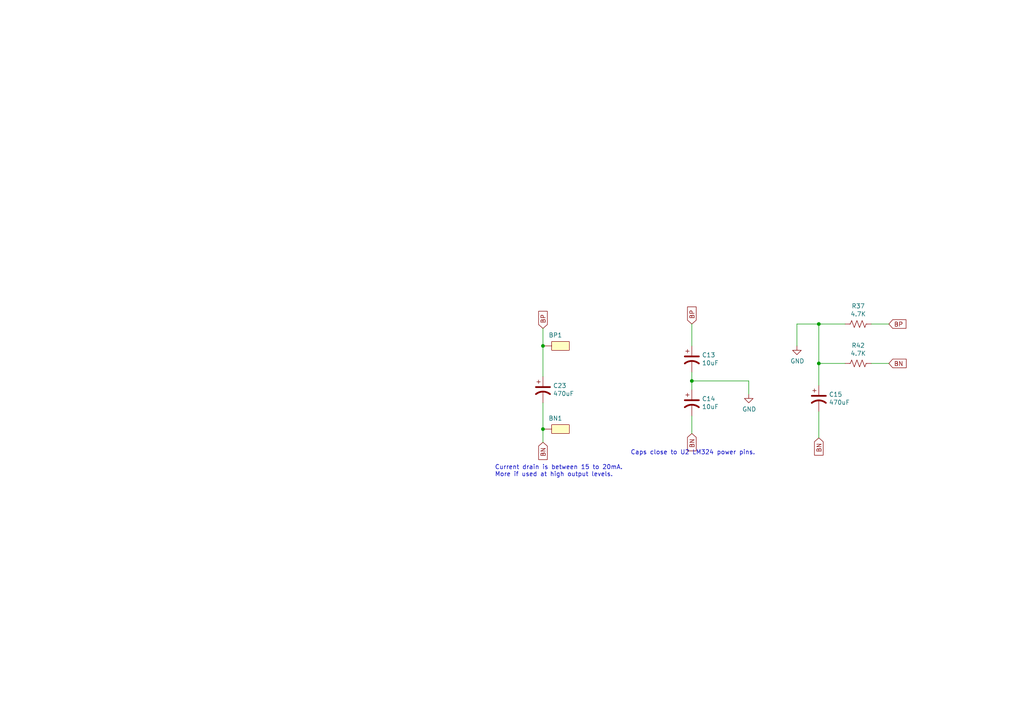
<source format=kicad_sch>
(kicad_sch (version 20230121) (generator eeschema)
  (paper "A4")
  (title_block (title "MFOS NOISE TOASTER Noise Box") (date "2020-10-07") (rev "1") (comment 1 "Power Supply"))
  (lib_symbols
    (symbol "mfos_noise_toaster-rescue:CP1-Device" (pin_numbers hide) (pin_names (offset 0.254) hide)
      (property "Reference" "C" (at 0.635 2.54 0))
      (property "Value" "Device_CP1" (at 0.635 -2.54 0))
      (symbol "CP1-Device_0_1"
        (polyline (pts (xy -2.032 0.762) (xy 2.032 0.762)) (stroke (width 0.508)))
        (polyline (pts (xy -1.778 2.286) (xy -0.762 2.286)))
        (polyline (pts (xy -1.27 1.778) (xy -1.27 2.794)))
        (arc (start 2.032 -1.27) (mid 0 -0.5572) (end -2.032 -1.27) (stroke (width 0.508)))
      )
      (symbol "CP1-Device_1_1"
        (pin passive line (at 0 3.81 270) (length 2.794) (name "~") (number "1"))
        (pin passive line (at 0 -3.81 90) (length 3.302) (name "~") (number "2"))
      )
    )
    (symbol "mfos_noise_toaster-rescue:GND-power" (power) (pin_names (offset 0))
      (property "Value" "GND-power" (at 0 -3.81 0))
      (symbol "GND-power_0_1"
        (polyline (pts (xy 0 0) (xy 0 -1.27) (xy 1.27 -1.27) (xy 0 -2.54) (xy -1.27 -1.27) (xy 0 -1.27)))
      )
      (symbol "GND-power_1_1"
        (pin power_in line (at 0 0 270) (length 0) hide (name "GND") (number "1"))
      )
    )
    (symbol "mfos_noise_toaster-rescue:Pad-samz-symbol" (pin_numbers hide) (pin_names (offset 1.016))
      (property "Reference" "X" (at 1.27 0 0))
      (property "Value" "Pad-samz-symbol" (at -1.27 2.54 0))
      (symbol "Pad-samz-symbol_0_1"
        (rectangle (start 0 1.27) (end 5.08 -1.27) (fill (type background)))
      )
      (symbol "Pad-samz-symbol_1_1"
        (pin passive line (at -2.54 0 0) (length 2.54) (name "~") (number "1"))
      )
    )
    (symbol "mfos_noise_toaster-rescue:R_US-Device" (pin_numbers hide) (pin_names (offset 0))
      (property "Reference" "R" (at 2.54 0 90))
      (property "Value" "R_US-Device" (at -2.54 0 90))
      (symbol "R_US-Device_0_1"
        (polyline (pts (xy 0 -2.286) (xy 0 -2.54)))
        (polyline (pts (xy 0 2.286) (xy 0 2.54)))
        (polyline (pts (xy 0 -0.762) (xy 1.016 -1.143) (xy 0 -1.524) (xy -1.016 -1.905) (xy 0 -2.286)))
        (polyline (pts (xy 0 0.762) (xy 1.016 0.381) (xy 0 0) (xy -1.016 -0.381) (xy 0 -0.762)))
        (polyline (pts (xy 0 2.286) (xy 1.016 1.905) (xy 0 1.524) (xy -1.016 1.143) (xy 0 0.762)))
      )
      (symbol "R_US-Device_1_1"
        (pin passive line (at 0 3.81 270) (length 1.27) (name "~") (number "1"))
        (pin passive line (at 0 -3.81 90) (length 1.27) (name "~") (number "2"))
      )
    )
  )
  (junction (at 237.49 93.98))
  (junction (at 157.48 100.33))
  (junction (at 237.49 105.41))
  (junction (at 200.66 110.49))
  (junction (at 157.48 124.46))
  (wire (pts (xy 252.73 93.98) (xy 257.81 93.98)))
  (wire (pts (xy 257.81 105.41) (xy 252.73 105.41)))
  (wire (pts (xy 157.48 116.84) (xy 157.48 124.46)))
  (wire (pts (xy 245.11 93.98) (xy 237.49 93.98)))
  (wire (pts (xy 200.66 125.73) (xy 200.66 120.65)))
  (wire (pts (xy 157.48 124.46) (xy 157.48 128.27)))
  (wire (pts (xy 217.17 110.49) (xy 200.66 110.49)))
  (wire (pts (xy 217.17 114.3) (xy 217.17 110.49)))
  (wire (pts (xy 200.66 110.49) (xy 200.66 107.95)))
  (wire (pts (xy 231.14 93.98) (xy 231.14 100.33)))
  (wire (pts (xy 157.48 100.33) (xy 157.48 109.22)))
  (wire (pts (xy 237.49 93.98) (xy 231.14 93.98)))
  (wire (pts (xy 200.66 113.03) (xy 200.66 110.49)))
  (wire (pts (xy 237.49 111.76) (xy 237.49 105.41)))
  (wire (pts (xy 237.49 127) (xy 237.49 119.38)))
  (wire (pts (xy 200.66 100.33) (xy 200.66 93.98)))
  (wire (pts (xy 237.49 105.41) (xy 237.49 93.98)))
  (wire (pts (xy 237.49 105.41) (xy 245.11 105.41)))
  (wire (pts (xy 157.48 95.25) (xy 157.48 100.33)))
  (text "Caps close to U2 LM324 power pins." (at 182.88 132.08 0) (effects (font (size 1.27 1.27)) (justify left bottom)))
  (text "Current drain is between 15 to 20mA.\nMore if used at high output levels." (at 143.51 138.43 0) (effects (font (size 1.27 1.27)) (justify left bottom)))
  (global_label "BN" (shape input) (at 157.48 128.27 270) (property "Intersheetrefs" "${INTERSHEET_REFS}" (effects hide)))
  (global_label "BP" (shape input) (at 157.48 95.25 90) (property "Intersheetrefs" "${INTERSHEET_REFS}" (effects hide)))
  (global_label "BN" (shape input) (at 200.66 125.73 270) (property "Intersheetrefs" "${INTERSHEET_REFS}" (effects hide)))
  (global_label "BN" (shape input) (at 237.49 127 270) (property "Intersheetrefs" "${INTERSHEET_REFS}" (effects hide)))
  (global_label "BP" (shape input) (at 200.66 93.98 90) (property "Intersheetrefs" "${INTERSHEET_REFS}" (effects hide)))
  (global_label "BN" (shape input) (at 257.81 105.41 0) (property "Intersheetrefs" "${INTERSHEET_REFS}" (effects hide)))
  (global_label "BP" (shape input) (at 257.81 93.98 0) (property "Intersheetrefs" "${INTERSHEET_REFS}" (effects hide)))
  (symbol (lib_id "mfos_noise_toaster-rescue:CP1-Device") (at 200.66 104.14 0) (unit 1)
    (property "Reference" "C13" (at 203.581 102.9716 0) (effects (justify left)))
    (property "Value" "10uF" (at 203.581 105.283 0) (effects (justify left)))
    (property "Footprint" "Capacitor_THT:CP_Radial_D5.0mm_P2.50mm" (effects hide))
    (property "tayda" "A-4533" (effects hide))
  )
  (symbol (lib_id "mfos_noise_toaster-rescue:CP1-Device") (at 200.66 116.84 0) (unit 1)
    (property "Reference" "C14" (at 203.581 115.6716 0) (effects (justify left)))
    (property "Value" "10uF" (at 203.581 117.983 0) (effects (justify left)))
    (property "Footprint" "Capacitor_THT:CP_Radial_D5.0mm_P2.50mm" (effects hide))
    (property "tayda" "A-4533" (effects hide))
  )
  (symbol (lib_id "mfos_noise_toaster-rescue:GND-power") (at 217.17 114.3 0) (unit 1)
    (property "Reference" "#PWR0107" (effects hide))
    (property "Value" "GND" (at 217.297 118.6942 0))
    (instances (project "mfos_noise_toaster" (path "" (reference "#PWR0107") (unit 1)) (path "" (reference "#PWR0101") (unit 1))))
  )
  (symbol (lib_id "mfos_noise_toaster-rescue:GND-power") (at 231.14 100.33 0) (unit 1)
    (property "Reference" "#PWR0108" (effects hide))
    (property "Value" "GND" (at 231.267 104.7242 0))
    (instances (project "mfos_noise_toaster" (path "" (reference "#PWR0108") (unit 1)) (path "" (reference "#PWR0102") (unit 1))))
  )
  (symbol (lib_id "mfos_noise_toaster-rescue:CP1-Device") (at 237.49 115.57 0) (unit 1)
    (property "Reference" "C15" (at 240.411 114.4016 0) (effects (justify left)))
    (property "Value" "470uF" (at 240.411 116.713 0) (effects (justify left)))
    (property "Footprint" "samz-kicad-library:CP_Radial_D10.0mm_P5.50mm" (effects hide))
    (property "tayda" "A-4533" (effects hide))
  )
  (symbol (lib_id "mfos_noise_toaster-rescue:R_US-Device") (at 248.92 93.98 270) (unit 1)
    (property "Reference" "R37" (at 248.92 88.773 90))
    (property "Value" "4.7K" (at 248.92 91.0844 90))
    (property "Footprint" "Resistor_THT:R_Axial_DIN0207_L6.3mm_D2.5mm_P10.16mm_Horizontal" (effects hide))
  )
  (symbol (lib_id "mfos_noise_toaster-rescue:R_US-Device") (at 248.92 105.41 270) (unit 1)
    (property "Reference" "R42" (at 248.92 100.203 90))
    (property "Value" "4.7K" (at 248.92 102.5144 90))
    (property "Footprint" "Resistor_THT:R_Axial_DIN0207_L6.3mm_D2.5mm_P10.16mm_Horizontal" (effects hide))
  )
  (symbol (lib_id "mfos_noise_toaster-rescue:CP1-Device") (at 157.48 113.03 0) (unit 1)
    (property "Reference" "C23" (at 160.401 111.8616 0) (effects (justify left)))
    (property "Value" "470uF" (at 160.401 114.173 0) (effects (justify left)))
    (property "Footprint" "samz-kicad-library:CP_Radial_D10.0mm_P5.50mm" (effects hide))
  )
  (symbol (lib_id "mfos_noise_toaster-rescue:Pad-samz-symbol") (at 160.02 100.33 0) (unit 1)
    (property "Reference" "BP1" (at 161.0868 97.2058 0))
    (property "Value" "Pad-samz-symbol" (effects hide))
    (property "Footprint" "samz-kicad-library:pad" (effects hide))
  )
  (symbol (lib_id "mfos_noise_toaster-rescue:Pad-samz-symbol") (at 160.02 124.46 0) (unit 1)
    (property "Reference" "BN1" (at 161.0868 121.3358 0))
    (property "Value" "Pad-samz-symbol" (effects hide))
    (property "Footprint" "samz-kicad-library:pad" (effects hide))
  )
)
</source>
